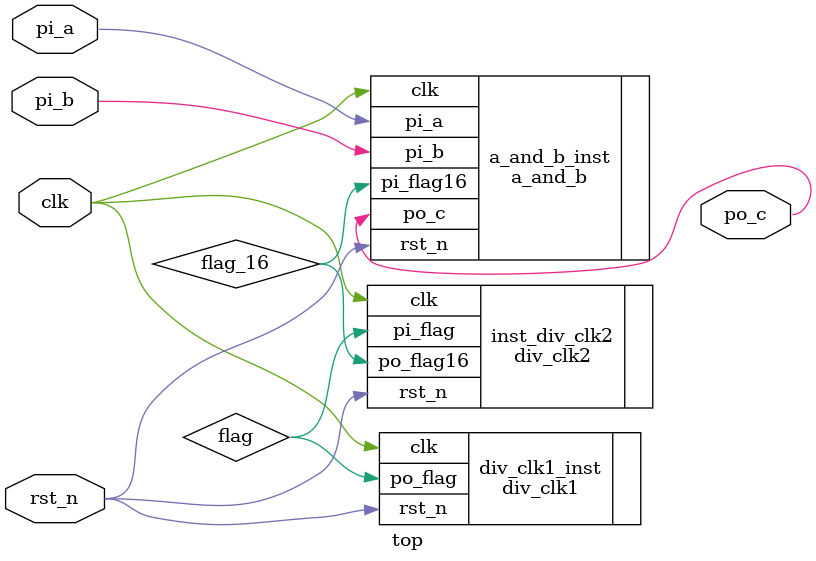
<source format=v>
module top(
	input wire pi_a,
	input wire pi_b,
	input wire rst_n,
	input wire clk,
	output wire po_c //wire类型
	);

	wire flag;
	wire flag_16;
	div_clk1 div_clk1_inst(
		.clk(clk),
		.rst_n(rst_n),
		.po_flag(flag)
		);
	div_clk2 inst_div_clk2 (
			.clk(clk), 
			.rst_n(rst_n), 
			.pi_flag(flag), 
			.po_flag16(flag_16)
			);


	a_and_b a_and_b_inst(
		.pi_a(pi_a),//如果模块内部接口是输入例化时连接可以是wire变量也可以是reg
		.pi_b(pi_b),
		.pi_flag16(flag_16),
		.rst_n(rst_n),
		.clk(clk),
		.po_c(po_c)//如果模块内接口是输出例化时必须连接wire变量
		);

endmodule
</source>
